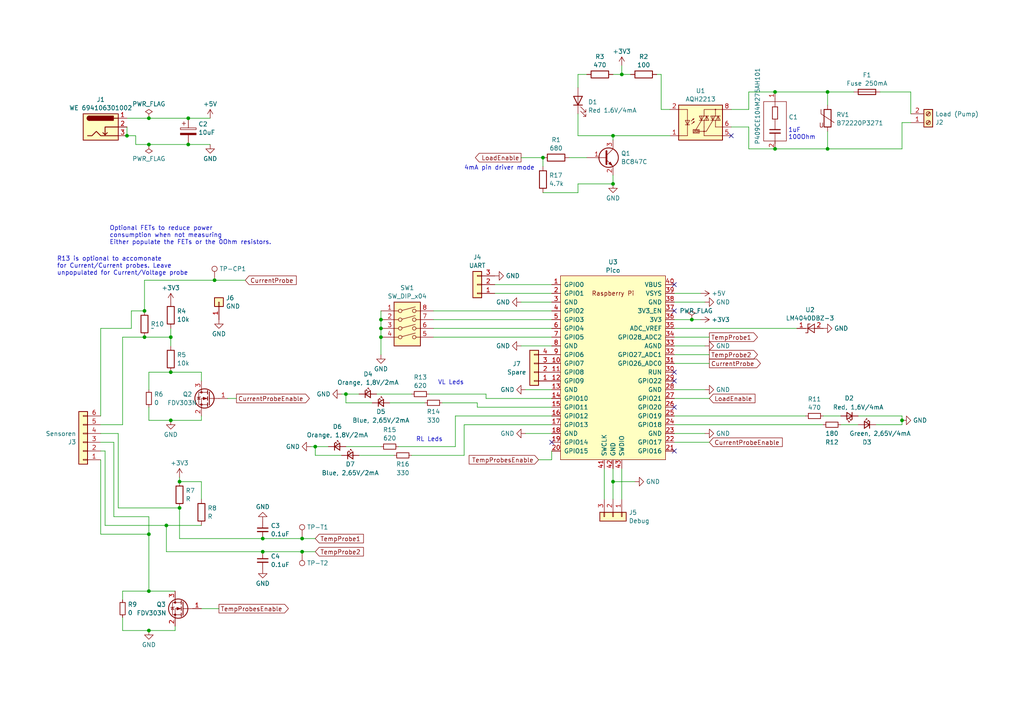
<source format=kicad_sch>
(kicad_sch (version 20230121) (generator eeschema)
  (paper "A4")
  (title_block (title "OpenZirk") (rev "A"))
  (lib_symbols
    (symbol "Connector:Barrel_Jack_Switch_Pin3Ring" (pin_names hide)
      (property "Reference" "J" (at 0 5.334 0))
      (property "Value" "Barrel_Jack_Switch_Pin3Ring" (at 0 -5.08 0))
      (symbol "Barrel_Jack_Switch_Pin3Ring_1_1"
        (pin passive line (at 7.62 2.54 180) (length 2.54) (name "~") (number "1"))
        (pin passive line (at 7.62 0 180) (length 2.54) (name "~") (number "2"))
        (pin passive line (at 7.62 -2.54 180) (length 2.54) (name "~") (number "3"))
      )
    )
    (symbol "Connector:Screw_Terminal_01x02" (pin_names (offset 1.016) hide)
      (property "Reference" "J" (at 0 2.54 0))
      (property "Value" "Screw_Terminal_01x02" (at 0 -5.08 0))
      (symbol "Screw_Terminal_01x02_1_1"
        (pin passive line (at -5.08 0 0) (length 3.81) (name "Pin_1") (number "1"))
        (pin passive line (at -5.08 -2.54 0) (length 3.81) (name "Pin_2") (number "2"))
      )
    )
    (symbol "Connector:TestPoint" (pin_numbers hide) (pin_names (offset 0.762) hide)
      (property "Reference" "TP" (at 0 6.858 0))
      (property "Value" "TestPoint" (at 0 5.08 0))
      (symbol "TestPoint_1_1"
        (pin passive line (at 0 0 90) (length 2.54) (name "1") (number "1"))
      )
    )
    (symbol "Connector_Generic:Conn_01x01" (pin_names (offset 1.016) hide)
      (property "Reference" "J" (at 0 2.54 0))
      (property "Value" "Conn_01x01" (at 0 -2.54 0))
      (symbol "Conn_01x01_1_1"
        (pin passive line (at -5.08 0 0) (length 3.81) (name "Pin_1") (number "1"))
      )
    )
    (symbol "Connector_Generic:Conn_01x03" (pin_names (offset 1.016) hide)
      (property "Reference" "J" (at 0 5.08 0))
      (property "Value" "Conn_01x03" (at 0 -5.08 0))
      (symbol "Conn_01x03_1_1"
        (pin passive line (at -5.08 2.54 0) (length 3.81) (name "Pin_1") (number "1"))
        (pin passive line (at -5.08 0 0) (length 3.81) (name "Pin_2") (number "2"))
        (pin passive line (at -5.08 -2.54 0) (length 3.81) (name "Pin_3") (number "3"))
      )
    )
    (symbol "Connector_Generic:Conn_01x04" (pin_names (offset 1.016) hide)
      (property "Reference" "J" (at 0 5.08 0))
      (property "Value" "Conn_01x04" (at 0 -7.62 0))
      (symbol "Conn_01x04_1_1"
        (pin passive line (at -5.08 2.54 0) (length 3.81) (name "Pin_1") (number "1"))
        (pin passive line (at -5.08 0 0) (length 3.81) (name "Pin_2") (number "2"))
        (pin passive line (at -5.08 -2.54 0) (length 3.81) (name "Pin_3") (number "3"))
        (pin passive line (at -5.08 -5.08 0) (length 3.81) (name "Pin_4") (number "4"))
      )
    )
    (symbol "Connector_Generic:Conn_01x06" (pin_names (offset 1.016) hide)
      (property "Reference" "J" (at 0 7.62 0))
      (property "Value" "Conn_01x06" (at 0 -10.16 0))
      (symbol "Conn_01x06_1_1"
        (pin passive line (at -5.08 5.08 0) (length 3.81) (name "Pin_1") (number "1"))
        (pin passive line (at -5.08 2.54 0) (length 3.81) (name "Pin_2") (number "2"))
        (pin passive line (at -5.08 0 0) (length 3.81) (name "Pin_3") (number "3"))
        (pin passive line (at -5.08 -2.54 0) (length 3.81) (name "Pin_4") (number "4"))
        (pin passive line (at -5.08 -5.08 0) (length 3.81) (name "Pin_5") (number "5"))
        (pin passive line (at -5.08 -7.62 0) (length 3.81) (name "Pin_6") (number "6"))
      )
    )
    (symbol "Device:C_Polarized" (pin_numbers hide) (pin_names (offset 0.254))
      (property "Reference" "C" (at 0.635 2.54 0))
      (property "Value" "C_Polarized" (at 0.635 -2.54 0))
      (symbol "C_Polarized_1_1"
        (pin passive line (at 0 3.81 270) (length 2.794) (name "~") (number "1"))
        (pin passive line (at 0 -3.81 90) (length 2.794) (name "~") (number "2"))
      )
    )
    (symbol "Device:C_Small" (pin_numbers hide) (pin_names (offset 0.254) hide)
      (property "Reference" "C" (at 0.254 1.778 0))
      (property "Value" "C_Small" (at 0.254 -2.032 0))
      (symbol "C_Small_1_1"
        (pin passive line (at 0 2.54 270) (length 2.032) (name "~") (number "1"))
        (pin passive line (at 0 -2.54 90) (length 2.032) (name "~") (number "2"))
      )
    )
    (symbol "Device:Fuse" (pin_numbers hide) (pin_names (offset 0))
      (property "Reference" "F" (at 2.032 0 90))
      (property "Value" "Fuse" (at -1.905 0 90))
      (symbol "Fuse_1_1"
        (pin passive line (at 0 3.81 270) (length 1.27) (name "~") (number "1"))
        (pin passive line (at 0 -3.81 90) (length 1.27) (name "~") (number "2"))
      )
    )
    (symbol "Device:LED" (pin_numbers hide) (pin_names (offset 1.016) hide)
      (property "Reference" "D" (at 0 2.54 0))
      (property "Value" "LED" (at 0 -2.54 0))
      (symbol "LED_1_1"
        (pin passive line (at -3.81 0 0) (length 2.54) (name "K") (number "1"))
        (pin passive line (at 3.81 0 180) (length 2.54) (name "A") (number "2"))
      )
    )
    (symbol "Device:LED_Small" (pin_numbers hide) (pin_names (offset 0.254) hide)
      (property "Reference" "D" (at -1.27 3.175 0))
      (property "Value" "LED_Small" (at -4.445 -2.54 0))
      (symbol "LED_Small_1_1"
        (pin passive line (at -2.54 0 0) (length 1.778) (name "K") (number "1"))
        (pin passive line (at 2.54 0 180) (length 1.778) (name "A") (number "2"))
      )
    )
    (symbol "Device:Q_NMOS_GSD" (pin_names (offset 0) hide)
      (property "Reference" "Q" (at 5.08 1.27 0))
      (property "Value" "Q_NMOS_GSD" (at 5.08 -1.27 0))
      (symbol "Q_NMOS_GSD_1_1"
        (pin input line (at -5.08 0 0) (length 2.54) (name "G") (number "1"))
        (pin passive line (at 2.54 -5.08 90) (length 2.54) (name "S") (number "2"))
        (pin passive line (at 2.54 5.08 270) (length 2.54) (name "D") (number "3"))
      )
    )
    (symbol "Device:Q_NPN_BEC" (pin_names (offset 0) hide)
      (property "Reference" "Q" (at 5.08 1.27 0))
      (property "Value" "Q_NPN_BEC" (at 5.08 -1.27 0))
      (symbol "Q_NPN_BEC_1_1"
        (pin input line (at -5.08 0 0) (length 5.715) (name "B") (number "1"))
        (pin passive line (at 2.54 -5.08 90) (length 2.54) (name "E") (number "2"))
        (pin passive line (at 2.54 5.08 270) (length 2.54) (name "C") (number "3"))
      )
    )
    (symbol "Device:R" (pin_numbers hide) (pin_names (offset 0))
      (property "Reference" "R" (at 2.032 0 90))
      (property "Value" "R" (at 0 0 90))
      (symbol "R_1_1"
        (pin passive line (at 0 3.81 270) (length 1.27) (name "~") (number "1"))
        (pin passive line (at 0 -3.81 90) (length 1.27) (name "~") (number "2"))
      )
    )
    (symbol "Device:R_Small" (pin_numbers hide) (pin_names (offset 0.254) hide)
      (property "Reference" "R" (at 0.762 0.508 0))
      (property "Value" "R_Small" (at 0.762 -1.016 0))
      (symbol "R_Small_1_1"
        (pin passive line (at 0 2.54 270) (length 0.762) (name "~") (number "1"))
        (pin passive line (at 0 -2.54 90) (length 0.762) (name "~") (number "2"))
      )
    )
    (symbol "Device:Varistor" (pin_numbers hide) (pin_names (offset 0))
      (property "Reference" "RV" (at 3.175 0 90))
      (property "Value" "Varistor" (at -3.175 0 90))
      (symbol "Varistor_0_0"
        (text "U" (at -1.778 -2.032 0) (effects (font (size 1.27 1.27))))
      )
      (symbol "Varistor_1_1"
        (pin passive line (at 0 3.81 270) (length 1.27) (name "~") (number "1"))
        (pin passive line (at 0 -3.81 90) (length 1.27) (name "~") (number "2"))
      )
    )
    (symbol "RPI:Pico" (pin_names (offset 1.016))
      (property "Reference" "U" (at -13.97 27.94 0))
      (property "Value" "Pico" (at 0 19.05 0))
      (symbol "Pico_0_0"
        (text "Raspberry Pi" (at 0 21.59 0) (effects (font (size 1.27 1.27))))
      )
      (symbol "Pico_1_1"
        (pin bidirectional line (at -17.78 24.13 0) (length 2.54) (name "GPIO0") (number "1"))
        (pin bidirectional line (at -17.78 1.27 0) (length 2.54) (name "GPIO7") (number "10"))
        (pin bidirectional line (at -17.78 -1.27 0) (length 2.54) (name "GPIO8") (number "11"))
        (pin bidirectional line (at -17.78 -3.81 0) (length 2.54) (name "GPIO9") (number "12"))
        (pin power_in line (at -17.78 -6.35 0) (length 2.54) (name "GND") (number "13"))
        (pin bidirectional line (at -17.78 -8.89 0) (length 2.54) (name "GPIO10") (number "14"))
        (pin bidirectional line (at -17.78 -11.43 0) (length 2.54) (name "GPIO11") (number "15"))
        (pin bidirectional line (at -17.78 -13.97 0) (length 2.54) (name "GPIO12") (number "16"))
        (pin bidirectional line (at -17.78 -16.51 0) (length 2.54) (name "GPIO13") (number "17"))
        (pin power_in line (at -17.78 -19.05 0) (length 2.54) (name "GND") (number "18"))
        (pin bidirectional line (at -17.78 -21.59 0) (length 2.54) (name "GPIO14") (number "19"))
        (pin bidirectional line (at -17.78 21.59 0) (length 2.54) (name "GPIO1") (number "2"))
        (pin bidirectional line (at -17.78 -24.13 0) (length 2.54) (name "GPIO15") (number "20"))
        (pin bidirectional line (at 17.78 -24.13 180) (length 2.54) (name "GPIO16") (number "21"))
        (pin bidirectional line (at 17.78 -21.59 180) (length 2.54) (name "GPIO17") (number "22"))
        (pin power_in line (at 17.78 -19.05 180) (length 2.54) (name "GND") (number "23"))
        (pin bidirectional line (at 17.78 -16.51 180) (length 2.54) (name "GPIO18") (number "24"))
        (pin bidirectional line (at 17.78 -13.97 180) (length 2.54) (name "GPIO19") (number "25"))
        (pin bidirectional line (at 17.78 -11.43 180) (length 2.54) (name "GPIO20") (number "26"))
        (pin bidirectional line (at 17.78 -8.89 180) (length 2.54) (name "GPIO21") (number "27"))
        (pin power_in line (at 17.78 -6.35 180) (length 2.54) (name "GND") (number "28"))
        (pin bidirectional line (at 17.78 -3.81 180) (length 2.54) (name "GPIO22") (number "29"))
        (pin power_in line (at -17.78 19.05 0) (length 2.54) (name "GND") (number "3"))
        (pin input line (at 17.78 -1.27 180) (length 2.54) (name "RUN") (number "30"))
        (pin bidirectional line (at 17.78 1.27 180) (length 2.54) (name "GPIO26_ADC0") (number "31"))
        (pin bidirectional line (at 17.78 3.81 180) (length 2.54) (name "GPIO27_ADC1") (number "32"))
        (pin power_in line (at 17.78 6.35 180) (length 2.54) (name "AGND") (number "33"))
        (pin bidirectional line (at 17.78 8.89 180) (length 2.54) (name "GPIO28_ADC2") (number "34"))
        (pin unspecified line (at 17.78 11.43 180) (length 2.54) (name "ADC_VREF") (number "35"))
        (pin unspecified line (at 17.78 13.97 180) (length 2.54) (name "3V3") (number "36"))
        (pin input line (at 17.78 16.51 180) (length 2.54) (name "3V3_EN") (number "37"))
        (pin bidirectional line (at 17.78 19.05 180) (length 2.54) (name "GND") (number "38"))
        (pin unspecified line (at 17.78 21.59 180) (length 2.54) (name "VSYS") (number "39"))
        (pin bidirectional line (at -17.78 16.51 0) (length 2.54) (name "GPIO2") (number "4"))
        (pin unspecified line (at 17.78 24.13 180) (length 2.54) (name "VBUS") (number "40"))
        (pin input line (at -2.54 -29.21 90) (length 2.54) (name "SWCLK") (number "41"))
        (pin power_in line (at 0 -29.21 90) (length 2.54) (name "GND") (number "42"))
        (pin bidirectional line (at 2.54 -29.21 90) (length 2.54) (name "SWDIO") (number "43"))
        (pin bidirectional line (at -17.78 13.97 0) (length 2.54) (name "GPIO3") (number "5"))
        (pin bidirectional line (at -17.78 11.43 0) (length 2.54) (name "GPIO4") (number "6"))
        (pin bidirectional line (at -17.78 8.89 0) (length 2.54) (name "GPIO5") (number "7"))
        (pin power_in line (at -17.78 6.35 0) (length 2.54) (name "GND") (number "8"))
        (pin bidirectional line (at -17.78 3.81 0) (length 2.54) (name "GPIO6") (number "9"))
      )
    )
    (symbol "Reference_Voltage:LM4040DBZ-3" (pin_names (offset 0.0254) hide)
      (property "Reference" "U" (at 0 2.54 0))
      (property "Value" "LM4040DBZ-3" (at 0 -3.175 0))
      (symbol "LM4040DBZ-3_1_1"
        (pin passive line (at 3.81 0 180) (length 2.54) (name "K") (number "1"))
        (pin passive line (at -3.81 0 0) (length 2.54) (name "A") (number "2"))
      )
    )
    (symbol "Relay_SolidState:AQH2213"
      (property "Reference" "U" (at -7.62 5.08 0))
      (property "Value" "AQH2213" (at -2.54 5.08 0))
      (symbol "AQH2213_0_0"
        (text "ZCD" (at -2.54 -3.81 0) (effects (font (size 0.508 0.508))))
      )
      (symbol "AQH2213_1_1"
        (pin passive line (at -10.16 -5.08 0) (length 2.54) (name "~") (number "1"))
        (pin passive line (at -10.16 2.54 0) (length 2.54) (name "~") (number "2"))
        (pin passive line (at -10.16 -5.08 0) (length 2.54) hide (name "~") (number "3"))
        (pin passive line (at -10.16 -5.08 0) (length 2.54) hide (name "~") (number "4"))
        (pin passive line (at 7.62 -5.08 180) (length 2.54) (name "~") (number "5"))
        (pin passive line (at 7.62 -2.54 180) (length 2.54) (name "~") (number "6"))
        (pin passive line (at 7.62 2.54 180) (length 2.54) (name "~") (number "8"))
      )
    )
    (symbol "Snubber:Snubber"
      (property "Reference" "C" (at 4.318 -2.794 0))
      (symbol "Snubber_1_1"
        (pin passive line (at 0 7.62 270) (length 2.032) (name "~") (number "1"))
        (pin passive line (at 0 -8.89 90) (length 2.032) (name "~") (number "2"))
      )
    )
    (symbol "Switch:SW_DIP_x04" (pin_names (offset 0) hide)
      (property "Reference" "SW" (at 0 8.89 0))
      (property "Value" "SW_DIP_x04" (at 0 -6.35 0))
      (symbol "SW_DIP_x04_1_1"
        (pin passive line (at -7.62 5.08 0) (length 5.08) (name "~") (number "1"))
        (pin passive line (at -7.62 2.54 0) (length 5.08) (name "~") (number "2"))
        (pin passive line (at -7.62 0 0) (length 5.08) (name "~") (number "3"))
        (pin passive line (at -7.62 -2.54 0) (length 5.08) (name "~") (number "4"))
        (pin passive line (at 7.62 -2.54 180) (length 5.08) (name "~") (number "5"))
        (pin passive line (at 7.62 0 180) (length 5.08) (name "~") (number "6"))
        (pin passive line (at 7.62 2.54 180) (length 5.08) (name "~") (number "7"))
        (pin passive line (at 7.62 5.08 180) (length 5.08) (name "~") (number "8"))
      )
    )
    (symbol "power:+3V3" (power) (pin_names (offset 0))
      (property "Value" "+3V3" (at 0 3.556 0))
      (symbol "+3V3_1_1"
        (pin power_in line (at 0 0 90) (length 0) hide (name "+3V3") (number "1"))
      )
    )
    (symbol "power:+5V" (power) (pin_names (offset 0))
      (property "Value" "+5V" (at 0 3.556 0))
      (symbol "+5V_1_1"
        (pin power_in line (at 0 0 90) (length 0) hide (name "+5V") (number "1"))
      )
    )
    (symbol "power:GND" (power) (pin_names (offset 0))
      (property "Value" "GND" (at 0 -3.81 0))
      (symbol "GND_1_1"
        (pin power_in line (at 0 0 270) (length 0) hide (name "GND") (number "1"))
      )
    )
    (symbol "power:PWR_FLAG" (power) (pin_numbers hide) (pin_names (offset 0) hide)
      (property "Value" "PWR_FLAG" (at 0 3.81 0))
      (symbol "PWR_FLAG_0_0"
        (pin power_out line (at 0 0 90) (length 0) (name "pwr") (number "1"))
      )
    )
  )
  (junction (at 49.53 107.95))
  (junction (at 62.23 81.28))
  (junction (at 110.49 95.25))
  (junction (at 177.8 39.37))
  (junction (at 41.91 97.79))
  (junction (at 261.62 121.92))
  (junction (at 240.03 43.18))
  (junction (at 240.03 26.67))
  (junction (at 52.07 147.32))
  (junction (at 43.18 182.88))
  (junction (at 43.18 154.94))
  (junction (at 91.44 129.54))
  (junction (at 177.8 53.34))
  (junction (at 177.8 139.7))
  (junction (at 224.79 43.18))
  (junction (at 76.2 160.02))
  (junction (at 87.63 156.21))
  (junction (at 43.18 171.45))
  (junction (at 180.34 21.59))
  (junction (at 224.79 26.67))
  (junction (at 43.18 41.91))
  (junction (at 76.2 156.21))
  (junction (at 110.49 97.79))
  (junction (at 200.66 92.71))
  (junction (at 52.07 139.7))
  (junction (at 110.49 92.71))
  (junction (at 157.48 45.72))
  (junction (at 49.53 121.92))
  (junction (at 87.63 160.02))
  (junction (at 54.61 41.91))
  (junction (at 54.61 34.29))
  (junction (at 48.26 152.4))
  (junction (at 36.83 39.37))
  (junction (at 41.91 90.17))
  (junction (at 100.33 114.3))
  (junction (at 43.18 34.29))
  (junction (at 49.53 97.79))
  (no_connect (at 195.58 107.95))
  (no_connect (at 195.58 130.81))
  (no_connect (at 195.58 118.11))
  (no_connect (at 195.58 110.49))
  (no_connect (at 160.02 128.27))
  (no_connect (at 212.09 39.37))
  (no_connect (at 195.58 82.55))
  (no_connect (at 195.58 90.17))
  (wire (pts (xy 167.64 53.34) (xy 177.8 53.34)))
  (wire (pts (xy 54.61 41.91) (xy 43.18 41.91)))
  (wire (pts (xy 43.18 121.92) (xy 49.53 121.92)))
  (wire (pts (xy 52.07 147.32) (xy 52.07 156.21)))
  (wire (pts (xy 143.51 85.09) (xy 160.02 85.09)))
  (wire (pts (xy 49.53 107.95) (xy 43.18 107.95)))
  (wire (pts (xy 125.73 95.25) (xy 160.02 95.25)))
  (wire (pts (xy 177.8 139.7) (xy 184.15 139.7)))
  (wire (pts (xy 43.18 41.91) (xy 39.37 41.91)))
  (wire (pts (xy 243.84 123.19) (xy 248.92 123.19)))
  (wire (pts (xy 195.58 95.25) (xy 231.14 95.25)))
  (wire (pts (xy 180.34 135.89) (xy 180.34 144.78)))
  (wire (pts (xy 125.73 90.17) (xy 160.02 90.17)))
  (wire (pts (xy 30.48 152.4) (xy 48.26 152.4)))
  (wire (pts (xy 87.63 160.02) (xy 91.44 160.02)))
  (wire (pts (xy 110.49 95.25) (xy 110.49 97.79)))
  (wire (pts (xy 43.18 34.29) (xy 54.61 34.29)))
  (wire (pts (xy 104.14 132.08) (xy 114.3 132.08)))
  (wire (pts (xy 58.42 120.65) (xy 58.42 121.92)))
  (wire (pts (xy 195.58 87.63) (xy 204.47 87.63)))
  (wire (pts (xy 138.43 118.11) (xy 138.43 116.84)))
  (wire (pts (xy 217.17 31.75) (xy 217.17 26.67)))
  (wire (pts (xy 261.62 35.56) (xy 261.62 43.18)))
  (wire (pts (xy 43.18 118.11) (xy 43.18 121.92)))
  (wire (pts (xy 255.27 26.67) (xy 264.16 26.67)))
  (wire (pts (xy 151.13 45.72) (xy 157.48 45.72)))
  (wire (pts (xy 240.03 38.1) (xy 240.03 43.18)))
  (wire (pts (xy 138.43 116.84) (xy 128.27 116.84)))
  (wire (pts (xy 191.77 21.59) (xy 191.77 31.75)))
  (wire (pts (xy 54.61 41.91) (xy 60.96 41.91)))
  (wire (pts (xy 261.62 35.56) (xy 264.16 35.56)))
  (wire (pts (xy 110.49 90.17) (xy 110.49 92.71)))
  (wire (pts (xy 35.56 179.07) (xy 35.56 182.88)))
  (wire (pts (xy 195.58 105.41) (xy 205.74 105.41)))
  (wire (pts (xy 62.23 81.28) (xy 71.12 81.28)))
  (wire (pts (xy 264.16 33.02) (xy 264.16 26.67)))
  (wire (pts (xy 195.58 113.03) (xy 204.47 113.03)))
  (wire (pts (xy 58.42 139.7) (xy 52.07 139.7)))
  (wire (pts (xy 248.92 120.65) (xy 261.62 120.65)))
  (wire (pts (xy 200.66 92.71) (xy 203.2 92.71)))
  (wire (pts (xy 41.91 97.79) (xy 49.53 97.79)))
  (wire (pts (xy 43.18 107.95) (xy 43.18 113.03)))
  (wire (pts (xy 52.07 139.7) (xy 52.07 138.43)))
  (wire (pts (xy 195.58 97.79) (xy 205.74 97.79)))
  (wire (pts (xy 43.18 154.94) (xy 43.18 171.45)))
  (wire (pts (xy 261.62 120.65) (xy 261.62 121.92)))
  (wire (pts (xy 238.76 120.65) (xy 243.84 120.65)))
  (wire (pts (xy 191.77 31.75) (xy 194.31 31.75)))
  (wire (pts (xy 177.8 39.37) (xy 177.8 40.64)))
  (wire (pts (xy 177.8 21.59) (xy 180.34 21.59)))
  (wire (pts (xy 90.17 129.54) (xy 91.44 129.54)))
  (wire (pts (xy 160.02 120.65) (xy 132.08 120.65)))
  (wire (pts (xy 33.02 128.27) (xy 33.02 149.86)))
  (wire (pts (xy 157.48 55.88) (xy 167.64 55.88)))
  (wire (pts (xy 110.49 92.71) (xy 110.49 95.25)))
  (wire (pts (xy 91.44 129.54) (xy 95.25 129.54)))
  (wire (pts (xy 58.42 107.95) (xy 58.42 110.49)))
  (wire (pts (xy 156.21 133.35) (xy 160.02 133.35)))
  (wire (pts (xy 29.21 130.81) (xy 30.48 130.81)))
  (wire (pts (xy 195.58 92.71) (xy 200.66 92.71)))
  (wire (pts (xy 212.09 31.75) (xy 217.17 31.75)))
  (wire (pts (xy 35.56 123.19) (xy 35.56 97.79)))
  (wire (pts (xy 195.58 115.57) (xy 205.74 115.57)))
  (wire (pts (xy 165.1 45.72) (xy 170.18 45.72)))
  (wire (pts (xy 195.58 120.65) (xy 233.68 120.65)))
  (wire (pts (xy 217.17 26.67) (xy 224.79 26.67)))
  (wire (pts (xy 160.02 123.19) (xy 134.62 123.19)))
  (wire (pts (xy 34.29 147.32) (xy 52.07 147.32)))
  (wire (pts (xy 167.64 39.37) (xy 177.8 39.37)))
  (wire (pts (xy 99.06 114.3) (xy 100.33 114.3)))
  (wire (pts (xy 224.79 26.67) (xy 240.03 26.67)))
  (wire (pts (xy 49.53 97.79) (xy 49.53 100.33)))
  (wire (pts (xy 140.97 114.3) (xy 124.46 114.3)))
  (wire (pts (xy 195.58 85.09) (xy 203.2 85.09)))
  (wire (pts (xy 87.63 156.21) (xy 91.44 156.21)))
  (wire (pts (xy 43.18 182.88) (xy 50.8 182.88)))
  (wire (pts (xy 170.18 21.59) (xy 167.64 21.59)))
  (wire (pts (xy 39.37 39.37) (xy 36.83 39.37)))
  (wire (pts (xy 254 123.19) (xy 261.62 123.19)))
  (wire (pts (xy 160.02 133.35) (xy 160.02 130.81)))
  (wire (pts (xy 217.17 43.18) (xy 224.79 43.18)))
  (wire (pts (xy 38.1 95.25) (xy 38.1 90.17)))
  (wire (pts (xy 29.21 128.27) (xy 33.02 128.27)))
  (wire (pts (xy 39.37 41.91) (xy 39.37 39.37)))
  (wire (pts (xy 132.08 120.65) (xy 132.08 129.54)))
  (wire (pts (xy 109.22 114.3) (xy 119.38 114.3)))
  (wire (pts (xy 99.06 132.08) (xy 91.44 132.08)))
  (wire (pts (xy 30.48 130.81) (xy 30.48 152.4)))
  (wire (pts (xy 217.17 36.83) (xy 212.09 36.83)))
  (wire (pts (xy 151.13 100.33) (xy 160.02 100.33)))
  (wire (pts (xy 177.8 135.89) (xy 177.8 139.7)))
  (wire (pts (xy 157.48 45.72) (xy 157.48 48.26)))
  (wire (pts (xy 29.21 154.94) (xy 43.18 154.94)))
  (wire (pts (xy 41.91 81.28) (xy 41.91 90.17)))
  (wire (pts (xy 49.53 107.95) (xy 58.42 107.95)))
  (wire (pts (xy 100.33 114.3) (xy 104.14 114.3)))
  (wire (pts (xy 177.8 39.37) (xy 194.31 39.37)))
  (wire (pts (xy 33.02 149.86) (xy 43.18 149.86)))
  (wire (pts (xy 36.83 39.37) (xy 35.56 39.37)))
  (wire (pts (xy 110.49 97.79) (xy 110.49 102.87)))
  (wire (pts (xy 41.91 81.28) (xy 62.23 81.28)))
  (wire (pts (xy 43.18 149.86) (xy 43.18 154.94)))
  (wire (pts (xy 240.03 26.67) (xy 247.65 26.67)))
  (wire (pts (xy 175.26 135.89) (xy 175.26 144.78)))
  (wire (pts (xy 134.62 123.19) (xy 134.62 132.08)))
  (wire (pts (xy 160.02 115.57) (xy 140.97 115.57)))
  (wire (pts (xy 195.58 125.73) (xy 204.47 125.73)))
  (wire (pts (xy 43.18 171.45) (xy 50.8 171.45)))
  (wire (pts (xy 190.5 21.59) (xy 191.77 21.59)))
  (wire (pts (xy 66.04 115.57) (xy 68.58 115.57)))
  (wire (pts (xy 35.56 97.79) (xy 41.91 97.79)))
  (wire (pts (xy 52.07 156.21) (xy 76.2 156.21)))
  (wire (pts (xy 125.73 97.79) (xy 160.02 97.79)))
  (wire (pts (xy 54.61 34.29) (xy 60.96 34.29)))
  (wire (pts (xy 58.42 144.78) (xy 58.42 139.7)))
  (wire (pts (xy 76.2 160.02) (xy 87.63 160.02)))
  (wire (pts (xy 140.97 115.57) (xy 140.97 114.3)))
  (wire (pts (xy 217.17 43.18) (xy 217.17 36.83)))
  (wire (pts (xy 29.21 133.35) (xy 29.21 154.94)))
  (wire (pts (xy 152.4 125.73) (xy 160.02 125.73)))
  (wire (pts (xy 177.8 139.7) (xy 177.8 144.78)))
  (wire (pts (xy 34.29 125.73) (xy 29.21 125.73)))
  (wire (pts (xy 48.26 152.4) (xy 48.26 160.02)))
  (wire (pts (xy 29.21 95.25) (xy 38.1 95.25)))
  (wire (pts (xy 50.8 181.61) (xy 50.8 182.88)))
  (wire (pts (xy 195.58 100.33) (xy 204.47 100.33)))
  (wire (pts (xy 224.79 43.18) (xy 240.03 43.18)))
  (wire (pts (xy 107.95 116.84) (xy 100.33 116.84)))
  (wire (pts (xy 49.53 95.25) (xy 49.53 97.79)))
  (wire (pts (xy 113.03 116.84) (xy 123.19 116.84)))
  (wire (pts (xy 29.21 123.19) (xy 35.56 123.19)))
  (wire (pts (xy 35.56 171.45) (xy 35.56 173.99)))
  (wire (pts (xy 180.34 19.05) (xy 180.34 21.59)))
  (wire (pts (xy 100.33 129.54) (xy 110.49 129.54)))
  (wire (pts (xy 38.1 90.17) (xy 41.91 90.17)))
  (wire (pts (xy 48.26 160.02) (xy 76.2 160.02)))
  (wire (pts (xy 261.62 43.18) (xy 240.03 43.18)))
  (wire (pts (xy 58.42 176.53) (xy 63.5 176.53)))
  (wire (pts (xy 180.34 21.59) (xy 182.88 21.59)))
  (wire (pts (xy 91.44 132.08) (xy 91.44 129.54)))
  (wire (pts (xy 143.51 82.55) (xy 160.02 82.55)))
  (wire (pts (xy 36.83 36.83) (xy 36.83 39.37)))
  (wire (pts (xy 132.08 129.54) (xy 115.57 129.54)))
  (wire (pts (xy 29.21 120.65) (xy 29.21 95.25)))
  (wire (pts (xy 195.58 102.87) (xy 205.74 102.87)))
  (wire (pts (xy 35.56 182.88) (xy 43.18 182.88)))
  (wire (pts (xy 125.73 92.71) (xy 160.02 92.71)))
  (wire (pts (xy 134.62 132.08) (xy 119.38 132.08)))
  (wire (pts (xy 48.26 152.4) (xy 58.42 152.4)))
  (wire (pts (xy 152.4 113.03) (xy 160.02 113.03)))
  (wire (pts (xy 35.56 171.45) (xy 43.18 171.45)))
  (wire (pts (xy 167.64 21.59) (xy 167.64 25.4)))
  (wire (pts (xy 34.29 147.32) (xy 34.29 125.73)))
  (wire (pts (xy 261.62 123.19) (xy 261.62 121.92)))
  (wire (pts (xy 195.58 123.19) (xy 238.76 123.19)))
  (wire (pts (xy 240.03 26.67) (xy 240.03 30.48)))
  (wire (pts (xy 177.8 50.8) (xy 177.8 53.34)))
  (wire (pts (xy 100.33 116.84) (xy 100.33 114.3)))
  (wire (pts (xy 151.13 87.63) (xy 160.02 87.63)))
  (wire (pts (xy 160.02 118.11) (xy 138.43 118.11)))
  (wire (pts (xy 195.58 128.27) (xy 205.74 128.27)))
  (wire (pts (xy 49.53 121.92) (xy 58.42 121.92)))
  (wire (pts (xy 167.64 55.88) (xy 167.64 53.34)))
  (wire (pts (xy 167.64 33.02) (xy 167.64 39.37)))
  (wire (pts (xy 76.2 156.21) (xy 87.63 156.21)))
  (wire (pts (xy 36.83 34.29) (xy 43.18 34.29)))
  (text "1uF\n100Ohm" (at 228.6 40.64 0) (effects (font (size 1.27 1.27)) (justify left bottom)))
  (text "VL Leds" (at 127 111.76 0) (effects (font (size 1.27 1.27)) (justify left bottom)))
  (text "RL Leds" (at 120.65 128.27 0) (effects (font (size 1.27 1.27)) (justify left bottom)))
  (text "4mA pin driver mode" (at 134.62 49.53 0) (effects (font (size 1.27 1.27)) (justify left bottom)))
  (text "Optional FETs to reduce power\nconsumption when not measuring\nEither populate the FETs or the 0Ohm resistors." (at 31.75 71.12 0) (effects (font (size 1.27 1.27)) (justify left bottom)))
  (text "R13 is optional to accomonate\nfor Current/Current probes. Leave\nunpopulated for Current/Voltage probe" (at 16.51 80.01 0) (effects (font (size 1.27 1.27)) (justify left bottom)))
  (global_label "LoadEnable" (shape input) (at 205.74 115.57 0) (property "Intersheetrefs" "${INTERSHEET_REFS}" (effects hide)))
  (global_label "LoadEnable" (shape output) (at 151.13 45.72 180) (property "Intersheetrefs" "${INTERSHEET_REFS}" (effects hide)))
  (global_label "TempProbe2" (shape input) (at 91.44 160.02 0) (property "Intersheetrefs" "${INTERSHEET_REFS}" (effects hide)))
  (global_label "CurrentProbeEnable" (shape output) (at 68.58 115.57 0) (property "Intersheetrefs" "${INTERSHEET_REFS}" (effects hide)))
  (global_label "CurrentProbe" (shape input) (at 71.12 81.28 0) (property "Intersheetrefs" "${INTERSHEET_REFS}" (effects hide)))
  (global_label "TempProbesEnable" (shape output) (at 63.5 176.53 0) (property "Intersheetrefs" "${INTERSHEET_REFS}" (effects hide)))
  (global_label "TempProbe1" (shape output) (at 205.74 97.79 0) (property "Intersheetrefs" "${INTERSHEET_REFS}" (effects hide)))
  (global_label "TempProbesEnable" (shape input) (at 156.21 133.35 180) (property "Intersheetrefs" "${INTERSHEET_REFS}" (effects hide)))
  (global_label "TempProbe2" (shape output) (at 205.74 102.87 0) (property "Intersheetrefs" "${INTERSHEET_REFS}" (effects hide)))
  (global_label "CurrentProbe" (shape output) (at 205.74 105.41 0) (property "Intersheetrefs" "${INTERSHEET_REFS}" (effects hide)))
  (global_label "TempProbe1" (shape input) (at 91.44 156.21 0) (property "Intersheetrefs" "${INTERSHEET_REFS}" (effects hide)))
  (global_label "CurrentProbeEnable" (shape input) (at 205.74 128.27 0) (property "Intersheetrefs" "${INTERSHEET_REFS}" (effects hide)))
  (symbol (lib_id "Device:C_Polarized") (at 54.61 38.1 0) (unit 1)
    (property "Reference" "C2" (at 57.531 35.9989 0) (effects (justify left)))
    (property "Value" "10uF" (at 57.531 38.4231 0) (effects (justify left)))
    (property "Footprint" "Capacitor_THT:CP_Radial_D5.0mm_P2.00mm" (effects hide))
  )
  (symbol (lib_id "Device:Q_NPN_BEC") (at 175.26 45.72 0) (unit 1)
    (property "Reference" "Q1" (at 180.1114 44.5079 0) (effects (justify left)))
    (property "Value" "BC847C" (at 180.1114 46.9321 0) (effects (justify left)))
    (property "Footprint" "Package_TO_SOT_SMD:SOT-23" (effects hide))
    (property "Sim.Device" "NPN" (effects hide))
    (property "Sim.Type" "GUMMELPOON" (effects hide))
    (property "Sim.Pins" "1=C 2=B 3=E" (effects hide))
  )
  (symbol (lib_id "power:GND") (at 151.13 87.63 270) (unit 1)
    (property "Reference" "#PWR016" (effects hide))
    (property "Value" "GND" (at 147.9551 87.63 90) (effects (justify right)))
  )
  (symbol (lib_id "Device:R_Small") (at 236.22 120.65 90) (unit 1)
    (property "Reference" "R11" (at 236.22 115.7691 90))
    (property "Value" "470" (at 236.22 118.1933 90))
    (property "Footprint" "Resistor_SMD:R_0805_2012Metric" (effects hide))
  )
  (symbol (lib_id "power:+3V3") (at 52.07 138.43 0) (unit 1)
    (property "Reference" "#PWR08" (effects hide))
    (property "Value" "+3V3" (at 52.07 134.2969 0))
  )
  (symbol (lib_id "Device:C_Small") (at 76.2 162.56 0) (unit 1)
    (property "Reference" "C4" (at 78.5241 161.3542 0) (effects (justify left)))
    (property "Value" "0.1uF" (at 78.5241 163.7784 0) (effects (justify left)))
    (property "Footprint" "Capacitor_SMD:C_0805_2012Metric" (effects hide))
  )
  (symbol (lib_id "power:GND") (at 99.06 114.3 270) (unit 1)
    (property "Reference" "#PWR022" (effects hide))
    (property "Value" "GND" (at 95.8851 114.3 90) (effects (justify right)))
  )
  (symbol (lib_id "power:GND") (at 204.47 125.73 90) (unit 1)
    (property "Reference" "#PWR012" (effects hide))
    (property "Value" "GND" (at 207.645 125.73 90) (effects (justify right)))
  )
  (symbol (lib_id "Connector_Generic:Conn_01x06") (at 24.13 128.27 180) (unit 1)
    (property "Reference" "J3" (at 22.098 128.2121 0) (effects (justify left)))
    (property "Value" "Sensoren" (at 22.098 125.7879 0) (effects (justify left)))
    (property "Footprint" "OpenZirk:SHDR6W90P0X350_1X6_2160X1000X1255P" (effects hide))
  )
  (symbol (lib_id "Device:R") (at 161.29 45.72 90) (unit 1)
    (property "Reference" "R1" (at 161.29 40.5597 90))
    (property "Value" "680" (at 161.29 42.9839 90))
    (property "Footprint" "Resistor_SMD:R_0805_2012Metric" (effects hide))
  )
  (symbol (lib_id "Device:C_Small") (at 76.2 153.67 0) (unit 1)
    (property "Reference" "C3" (at 78.5241 152.4642 0) (effects (justify left)))
    (property "Value" "0.1uF" (at 78.5241 154.8884 0) (effects (justify left)))
    (property "Footprint" "Capacitor_SMD:C_0805_2012Metric" (effects hide))
  )
  (symbol (lib_id "power:GND") (at 152.4 125.73 270) (unit 1)
    (property "Reference" "#PWR013" (effects hide))
    (property "Value" "GND" (at 149.2251 125.73 90) (effects (justify right)))
  )
  (symbol (lib_id "power:GND") (at 43.18 182.88 0) (unit 1)
    (property "Reference" "#PWR018" (effects hide))
    (property "Value" "GND" (at 43.18 187.0131 0))
  )
  (symbol (lib_id "Device:R") (at 58.42 148.59 0) (unit 1)
    (property "Reference" "R8" (at 60.198 147.3779 0) (effects (justify left)))
    (property "Value" "R" (at 60.198 149.8021 0) (effects (justify left)))
    (property "Footprint" "Resistor_SMD:R_0805_2012Metric" (effects hide))
  )
  (symbol (lib_id "Reference_Voltage:LM4040DBZ-3") (at 234.95 95.25 180) (unit 1)
    (property "Reference" "U2" (at 234.95 89.8611 0))
    (property "Value" "LM4040DBZ-3" (at 234.95 92.2853 0))
    (property "Footprint" "Package_TO_SOT_SMD:SOT-23" (effects hide))
    (property "Datasheet" "http://www.ti.com/lit/ds/symlink/lm4040-n.pdf" (effects hide))
  )
  (symbol (lib_id "power:+3V3") (at 203.2 92.71 270) (unit 1)
    (property "Reference" "#PWR010" (effects hide))
    (property "Value" "+3V3" (at 206.375 92.71 90) (effects (justify left)))
  )
  (symbol (lib_id "Device:LED_Small") (at 246.38 120.65 180) (unit 1)
    (property "Reference" "D2" (at 246.3165 115.4897 0))
    (property "Value" "Red, 1,6V/4mA" (at 248.92 118.11 0))
    (property "Footprint" "LED_SMD:LED_0805_2012Metric" (effects hide))
  )
  (symbol (lib_id "RPI:Pico") (at 177.8 106.68 0) (unit 1)
    (property "Reference" "U3" (at 177.8 75.9927 0))
    (property "Value" "Pico" (at 177.8 78.4169 0))
    (property "Footprint" "OpenZirk:RPi_Pico_SMD_TH" (effects hide))
  )
  (symbol (lib_id "Device:R_Small") (at 43.18 115.57 0) (unit 1)
    (property "Reference" "R6" (at 44.6786 114.3579 0) (effects (justify left)))
    (property "Value" "0" (at 44.6786 116.7821 0) (effects (justify left)))
    (property "Footprint" "Resistor_SMD:R_0805_2012Metric" (effects hide))
  )
  (symbol (lib_id "Device:R") (at 41.91 93.98 0) (unit 1)
    (property "Reference" "R10" (at 43.688 93.98 0) (effects (justify left)))
    (property "Value" "~" (at 43.688 95.1921 0) (effects (justify left)))
    (property "Footprint" "Resistor_SMD:R_0805_2012Metric" (effects hide))
  )
  (symbol (lib_id "Device:R_Small") (at 125.73 116.84 90) (unit 1)
    (property "Reference" "R14" (at 125.73 119.38 90))
    (property "Value" "330" (at 125.73 121.92 90))
    (property "Footprint" "Resistor_SMD:R_0805_2012Metric" (effects hide))
  )
  (symbol (lib_id "Device:R") (at 173.99 21.59 90) (unit 1)
    (property "Reference" "R3" (at 173.99 16.4297 90))
    (property "Value" "470" (at 173.99 18.8539 90))
    (property "Footprint" "Resistor_SMD:R_0805_2012Metric" (effects hide))
  )
  (symbol (lib_id "power:GND") (at 152.4 113.03 270) (unit 1)
    (property "Reference" "#PWR014" (effects hide))
    (property "Value" "GND" (at 149.2251 113.03 90) (effects (justify right)))
  )
  (symbol (lib_id "power:+3V3") (at 49.53 87.63 0) (unit 1)
    (property "Reference" "#PWR05" (effects hide))
    (property "Value" "+3V3" (at 49.53 83.4969 0))
  )
  (symbol (lib_id "power:GND") (at 90.17 129.54 270) (unit 1)
    (property "Reference" "#PWR023" (effects hide))
    (property "Value" "GND" (at 86.9951 129.54 90) (effects (justify right)))
  )
  (symbol (lib_id "power:+5V") (at 203.2 85.09 270) (unit 1)
    (property "Reference" "#PWR09" (effects hide))
    (property "Value" "+5V" (at 206.375 85.09 90) (effects (justify left)))
  )
  (symbol (lib_id "Relay_SolidState:AQH2213") (at 204.47 34.29 0) (unit 1)
    (property "Reference" "U1" (at 203.2 26.3357 0))
    (property "Value" "AQH2213" (at 203.2 28.7599 0))
    (property "Footprint" "Package_DIP:DIP-8-N7_W7.62mm" (effects hide))
    (property "Datasheet" "https://b2b-api.panasonic.eu/file_stream/pids/fileversion/2787" (effects hide))
  )
  (symbol (lib_id "power:GND") (at 177.8 53.34 0) (unit 1)
    (property "Reference" "#PWR01" (effects hide))
    (property "Value" "GND" (at 177.8 57.4731 0))
  )
  (symbol (lib_id "Device:R") (at 186.69 21.59 90) (unit 1)
    (property "Reference" "R2" (at 186.69 16.4297 90))
    (property "Value" "100" (at 186.69 18.8539 90))
    (property "Footprint" "Resistor_SMD:R_0805_2012Metric" (effects hide))
  )
  (symbol (lib_id "power:GND") (at 204.47 113.03 90) (unit 1)
    (property "Reference" "#PWR019" (effects hide))
    (property "Value" "GND" (at 207.645 113.03 90) (effects (justify right)))
  )
  (symbol (lib_id "Connector_Generic:Conn_01x04") (at 154.94 107.95 180) (unit 1)
    (property "Reference" "J7" (at 149.86 105.5258 0))
    (property "Value" "Spare" (at 149.86 107.95 0))
    (property "Footprint" "Connector_PinHeader_2.54mm:PinHeader_1x04_P2.54mm_Vertical" (effects hide))
  )
  (symbol (lib_id "Connector:TestPoint") (at 87.63 160.02 180) (unit 1)
    (property "Reference" "TP-T2" (at 89.027 163.322 0) (effects (justify right)))
    (property "Value" "TestPoint" (effects hide))
    (property "Footprint" "TestPoint:TestPoint_Pad_D1.5mm" (effects hide))
  )
  (symbol (lib_id "power:GND") (at 110.49 102.87 0) (unit 1)
    (property "Reference" "#PWR021" (effects hide))
    (property "Value" "GND" (at 110.49 107.0031 0))
  )
  (symbol (lib_id "power:GND") (at 238.76 95.25 90) (unit 1)
    (property "Reference" "#PWR017" (effects hide))
    (property "Value" "GND" (at 241.935 95.25 90) (effects (justify right)))
  )
  (symbol (lib_id "Device:R") (at 49.53 104.14 0) (unit 1)
    (property "Reference" "R5" (at 51.308 102.9279 0) (effects (justify left)))
    (property "Value" "10k" (at 51.308 105.3521 0) (effects (justify left)))
    (property "Footprint" "Resistor_SMD:R_0805_2012Metric" (effects hide))
  )
  (symbol (lib_id "power:GND") (at 261.62 121.92 90) (unit 1)
    (property "Reference" "#PWR020" (effects hide))
    (property "Value" "GND" (at 264.795 121.92 90) (effects (justify right)))
  )
  (symbol (lib_id "power:GND") (at 204.47 87.63 90) (unit 1)
    (property "Reference" "#PWR011" (effects hide))
    (property "Value" "GND" (at 207.645 87.63 90) (effects (justify right)))
  )
  (symbol (lib_id "power:PWR_FLAG") (at 43.18 41.91 180) (unit 1)
    (property "Reference" "#FLG02" (effects hide))
    (property "Value" "PWR_FLAG" (at 43.18 46.0431 0))
  )
  (symbol (lib_id "power:GND") (at 60.96 41.91 0) (unit 1)
    (property "Reference" "#PWR02" (effects hide))
    (property "Value" "GND" (at 60.96 46.0431 0))
  )
  (symbol (lib_id "Device:LED_Small") (at 97.79 129.54 0) (unit 1)
    (property "Reference" "D6" (at 97.8535 123.7447 0))
    (property "Value" "Orange, 1,8V/2mA" (at 97.8535 126.1689 0))
    (property "Footprint" "LED_SMD:LED_0805_2012Metric" (effects hide))
  )
  (symbol (lib_id "power:GND") (at 76.2 151.13 180) (unit 1)
    (property "Reference" "#PWR025" (effects hide))
    (property "Value" "GND" (at 76.2 146.9969 0))
  )
  (symbol (lib_id "Device:R") (at 49.53 91.44 0) (unit 1)
    (property "Reference" "R4" (at 51.308 90.2279 0) (effects (justify left)))
    (property "Value" "10k" (at 51.308 92.6521 0) (effects (justify left)))
    (property "Footprint" "Resistor_SMD:R_0805_2012Metric" (effects hide))
  )
  (symbol (lib_id "Connector_Generic:Conn_01x03") (at 177.8 149.86 270) (unit 1)
    (property "Reference" "J5" (at 182.372 148.6479 90) (effects (justify left)))
    (property "Value" "Debug" (at 182.372 151.0721 90) (effects (justify left)))
    (property "Footprint" "Connector_PinHeader_2.54mm:PinHeader_1x03_P2.54mm_Vertical" (effects hide))
  )
  (symbol (lib_id "Device:Q_NMOS_GSD") (at 60.96 115.57 0) (mirror y) (unit 1)
    (property "Reference" "Q2" (at 55.7531 114.3579 0) (effects (justify left)))
    (property "Value" "FDV303N" (at 57.15 116.84 0) (effects (justify left)))
    (property "Footprint" "Package_TO_SOT_SMD:SOT-23" (effects hide))
    (property "Sim.Device" "NMOS" (effects hide))
    (property "Sim.Type" "VDMOS" (effects hide))
    (property "Sim.Pins" "1=D 2=G 3=S" (effects hide))
  )
  (symbol (lib_id "power:GND") (at 204.47 100.33 90) (unit 1)
    (property "Reference" "#PWR07" (effects hide))
    (property "Value" "GND" (at 207.645 100.33 90) (effects (justify right)))
  )
  (symbol (lib_id "power:PWR_FLAG") (at 43.18 34.29 0) (unit 1)
    (property "Reference" "#FLG01" (effects hide))
    (property "Value" "PWR_FLAG" (at 43.18 30.1569 0))
  )
  (symbol (lib_id "Connector_Generic:Conn_01x01") (at 63.5 87.63 90) (unit 1)
    (property "Reference" "J6" (at 65.532 86.4179 90) (effects (justify right)))
    (property "Value" "GND" (at 65.532 88.8421 90) (effects (justify right)))
    (property "Footprint" "Connector_PinHeader_2.54mm:PinHeader_1x01_P2.54mm_Vertical" (effects hide))
  )
  (symbol (lib_id "Device:R_Small") (at 121.92 114.3 90) (unit 1)
    (property "Reference" "R13" (at 121.92 109.4191 90))
    (property "Value" "620" (at 121.92 111.8433 90))
    (property "Footprint" "Resistor_SMD:R_0805_2012Metric" (effects hide))
  )
  (symbol (lib_id "power:GND") (at 151.13 100.33 270) (unit 1)
    (property "Reference" "#PWR015" (effects hide))
    (property "Value" "GND" (at 147.9551 100.33 90) (effects (justify right)))
  )
  (symbol (lib_id "Device:R") (at 52.07 143.51 0) (unit 1)
    (property "Reference" "R7" (at 53.848 142.2979 0) (effects (justify left)))
    (property "Value" "R" (at 53.848 144.7221 0) (effects (justify left)))
    (property "Footprint" "Resistor_SMD:R_0805_2012Metric" (effects hide))
  )
  (symbol (lib_id "Device:R") (at 157.48 52.07 0) (unit 1)
    (property "Reference" "R17" (at 159.258 50.8579 0) (effects (justify left)))
    (property "Value" "4.7k" (at 159.258 53.2821 0) (effects (justify left)))
    (property "Footprint" "Resistor_SMD:R_0805_2012Metric" (effects hide))
  )
  (symbol (lib_id "Device:R_Small") (at 116.84 132.08 90) (unit 1)
    (property "Reference" "R16" (at 116.84 134.62 90))
    (property "Value" "330" (at 116.84 137.16 90))
    (property "Footprint" "Resistor_SMD:R_0805_2012Metric" (effects hide))
  )
  (symbol (lib_id "power:GND") (at 184.15 139.7 90) (unit 1)
    (property "Reference" "#PWR026" (effects hide))
    (property "Value" "GND" (at 187.325 139.7 90) (effects (justify right)))
  )
  (symbol (lib_id "Device:LED") (at 167.64 29.21 90) (unit 1)
    (property "Reference" "D1" (at 170.561 29.5854 90) (effects (justify right)))
    (property "Value" "Red 1.6V/4mA" (at 170.561 32.0096 90) (effects (justify right)))
    (property "Footprint" "LED_SMD:LED_0805_2012Metric" (effects hide))
  )
  (symbol (lib_id "power:+5V") (at 60.96 34.29 0) (unit 1)
    (property "Reference" "#PWR03" (effects hide))
    (property "Value" "+5V" (at 60.96 30.1569 0))
  )
  (symbol (lib_id "Device:R_Small") (at 35.56 176.53 0) (unit 1)
    (property "Reference" "R9" (at 37.0586 175.3179 0) (effects (justify left)))
    (property "Value" "0" (at 37.0586 177.7421 0) (effects (justify left)))
    (property "Footprint" "Resistor_SMD:R_0805_2012Metric" (effects hide))
  )
  (symbol (lib_id "power:GND") (at 49.53 121.92 0) (unit 1)
    (property "Reference" "#PWR06" (effects hide))
    (property "Value" "GND" (at 49.53 126.0531 0))
  )
  (symbol (lib_id "Switch:SW_DIP_x04") (at 118.11 95.25 0) (unit 1)
    (property "Reference" "SW1" (at 118.11 83.4857 0))
    (property "Value" "SW_DIP_x04" (at 118.11 85.9099 0))
    (property "Footprint" "Button_Switch_SMD:SW_DIP_SPSTx04_Slide_Omron_A6S-410x_W8.9mm_P2.54mm" (effects hide))
  )
  (symbol (lib_id "Connector:TestPoint") (at 62.23 81.28 0) (unit 1)
    (property "Reference" "TP-CP1" (at 63.627 77.978 0) (effects (justify left)))
    (property "Footprint" "TestPoint:TestPoint_Pad_D1.5mm" (effects hide))
  )
  (symbol (lib_id "Device:Varistor") (at 240.03 34.29 0) (unit 1)
    (property "Reference" "RV1" (at 242.57 33.2712 0) (effects (justify left)))
    (property "Value" "B72220P3271" (at 242.57 35.6954 0) (effects (justify left)))
    (property "Footprint" "Varistor:RV_Disc_D21.5mm_W7.1mm_P10mm" (effects hide))
    (property "Sim.Name" "kicad_builtin_varistor" (effects hide))
    (property "Sim.Device" "SUBCKT" (effects hide))
    (property "Sim.Pins" "1=A 2=B" (effects hide))
    (property "Sim.Params" "threshold=1k" (effects hide))
    (property "Sim.Library" "${KICAD7_SYMBOL_DIR}/Simulation_SPICE.sp" (effects hide))
  )
  (symbol (lib_id "power:GND") (at 143.51 80.01 90) (unit 1)
    (property "Reference" "#PWR027" (effects hide))
    (property "Value" "GND" (at 146.685 80.01 90) (effects (justify right)))
  )
  (symbol (lib_id "Connector:TestPoint") (at 87.63 156.21 0) (unit 1)
    (property "Reference" "TP-T1" (at 89.027 152.908 0) (effects (justify left)))
    (property "Value" "TestPoint" (effects hide))
    (property "Footprint" "TestPoint:TestPoint_Pad_D1.5mm" (effects hide))
  )
  (symbol (lib_id "Device:LED_Small") (at 106.68 114.3 0) (unit 1)
    (property "Reference" "D4" (at 106.7435 108.5047 0))
    (property "Value" "Orange, 1,8V/2mA" (at 106.7435 110.9289 0))
    (property "Footprint" "LED_SMD:LED_0805_2012Metric" (effects hide))
  )
  (symbol (lib_id "Device:Fuse") (at 251.46 26.67 90) (unit 1)
    (property "Reference" "F1" (at 251.46 21.7637 90))
    (property "Value" "Fuse 250mA" (at 251.46 24.1879 90))
    (property "Footprint" "OpenZirk:64600001223" (effects hide))
  )
  (symbol (lib_id "Device:LED_Small") (at 101.6 132.08 0) (unit 1)
    (property "Reference" "D7" (at 101.6 134.62 0))
    (property "Value" "Blue, 2,65V/2mA" (at 101.6 137.16 0))
    (property "Footprint" "LED_SMD:LED_0805_2012Metric" (effects hide))
  )
  (symbol (lib_id "Snubber:Snubber") (at 224.79 34.29 0) (unit 1)
    (property "Reference" "C1" (at 228.727 33.9669 0) (effects (justify left)))
    (property "Value" "P409CE104M275AH101" (at 219.71 41.91 90) (effects (justify left)))
    (property "Footprint" "OpenZirk:P409CE104M250AH101" (effects hide))
  )
  (symbol (lib_id "Connector:Barrel_Jack_Switch_Pin3Ring") (at 29.21 36.83 0) (unit 1)
    (property "Reference" "J1" (at 29.21 28.8757 0))
    (property "Value" "WE 694106301002" (at 29.21 31.2999 0))
    (property "Footprint" "OpenZirk:694106301002_1" (effects hide))
  )
  (symbol (lib_id "Connector:Screw_Terminal_01x02") (at 269.24 35.56 0) (mirror x) (unit 1)
    (property "Reference" "J2" (at 271.272 35.5021 0) (effects (justify left)))
    (property "Value" "Load (Pump)" (at 271.272 33.0779 0) (effects (justify left)))
    (property "Footprint" "OpenZirk:1667750000" (effects hide))
  )
  (symbol (lib_id "power:PWR_FLAG") (at 200.66 92.71 0) (unit 1)
    (property "Reference" "#FLG03" (effects hide))
    (property "Value" "PWR_FLAG" (at 201.93 90.17 0))
  )
  (symbol (lib_id "power:GND") (at 76.2 165.1 0) (unit 1)
    (property "Reference" "#PWR024" (effects hide))
    (property "Value" "GND" (at 76.2 169.2331 0))
  )
  (symbol (lib_id "power:+3V3") (at 180.34 19.05 0) (unit 1)
    (property "Reference" "#PWR04" (effects hide))
    (property "Value" "+3V3" (at 180.34 14.9169 0))
  )
  (symbol (lib_id "Connector_Generic:Conn_01x03") (at 138.43 82.55 180) (unit 1)
    (property "Reference" "J4" (at 138.43 74.5957 0))
    (property "Value" "UART" (at 138.43 77.0199 0))
    (property "Footprint" "Connector_PinHeader_2.54mm:PinHeader_1x03_P2.54mm_Vertical" (effects hide))
  )
  (symbol (lib_id "Device:Q_NMOS_GSD") (at 53.34 176.53 0) (mirror y) (unit 1)
    (property "Reference" "Q3" (at 48.133 175.3179 0) (effects (justify left)))
    (property "Value" "FDV303N" (at 48.26 177.8 0) (effects (justify left)))
    (property "Footprint" "Package_TO_SOT_SMD:SOT-23" (effects hide))
    (property "Sim.Device" "NMOS" (effects hide))
    (property "Sim.Type" "VDMOS" (effects hide))
    (property "Sim.Pins" "1=D 2=G 3=S" (effects hide))
  )
  (symbol (lib_id "Device:LED_Small") (at 251.46 123.19 0) (mirror y) (unit 1)
    (property "Reference" "D3" (at 251.46 128.27 0))
    (property "Value" "Green, 2,65V/4mA" (at 255.27 125.73 0))
    (property "Footprint" "LED_SMD:LED_0805_2012Metric" (effects hide))
  )
  (symbol (lib_id "power:GND") (at 63.5 92.71 0) (unit 1)
    (property "Reference" "#PWR028" (effects hide))
    (property "Value" "GND" (at 63.5 96.8431 0))
  )
  (symbol (lib_id "Device:LED_Small") (at 110.49 116.84 0) (unit 1)
    (property "Reference" "D5" (at 110.49 119.38 0))
    (property "Value" "Blue, 2,65V/2mA" (at 110.49 121.92 0))
    (property "Footprint" "LED_SMD:LED_0805_2012Metric" (effects hide))
  )
  (symbol (lib_id "Device:R_Small") (at 113.03 129.54 90) (unit 1)
    (property "Reference" "R15" (at 113.03 124.6591 90))
    (property "Value" "620" (at 113.03 127.0833 90))
    (property "Footprint" "Resistor_SMD:R_0805_2012Metric" (effects hide))
  )
  (symbol (lib_id "Device:R_Small") (at 241.3 123.19 90) (mirror x) (unit 1)
    (property "Reference" "R12" (at 241.3 128.27 90))
    (property "Value" "180" (at 241.3 125.73 90))
    (property "Footprint" "Resistor_SMD:R_0805_2012Metric" (effects hide))
  )
)
</source>
